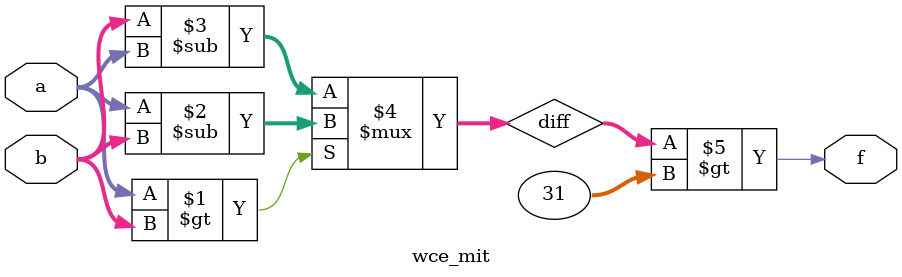
<source format=v>
module wce_mit(a, b, f);
parameter _bit = 8;
parameter wce = 31;
input [_bit - 1: 0] a;
input [_bit - 1: 0] b;
output f;
wire [_bit - 1: 0] diff;
assign diff = (a > b)? (a - b): (b - a);
assign f = (diff > wce);
endmodule

</source>
